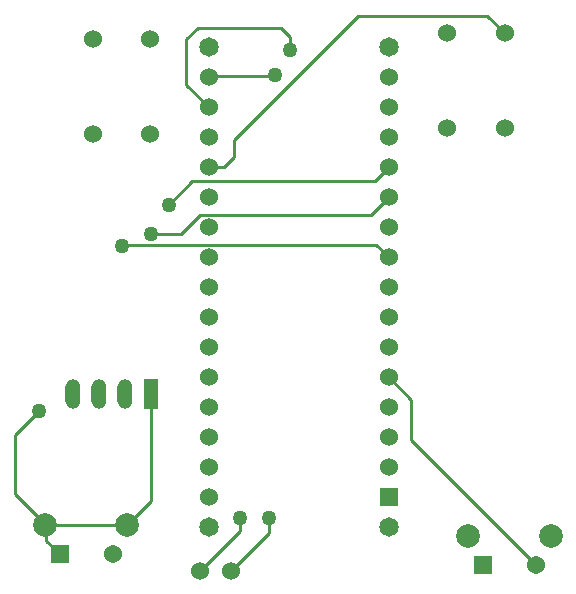
<source format=gbl>
G04*
G04 #@! TF.GenerationSoftware,Altium Limited,Altium Designer,24.4.1 (13)*
G04*
G04 Layer_Physical_Order=2*
G04 Layer_Color=16711680*
%FSLAX44Y44*%
%MOMM*%
G71*
G04*
G04 #@! TF.SameCoordinates,D7BC8E67-6F73-4DDD-AC20-A832C9EBA58C*
G04*
G04*
G04 #@! TF.FilePolarity,Positive*
G04*
G01*
G75*
%ADD10C,0.2540*%
%ADD19C,2.0000*%
%ADD20C,1.5400*%
%ADD21R,1.5400X1.5400*%
%ADD26C,1.5240*%
%ADD27C,1.6510*%
%ADD28R,1.5240X1.5240*%
%ADD29O,1.2700X2.5400*%
%ADD30R,1.2700X2.5400*%
%ADD31C,1.2700*%
D10*
X942700Y760000D02*
X975000Y792300D01*
Y805000D01*
X916030Y760000D02*
X950000Y793970D01*
Y805000D01*
X900000Y1045000D02*
X916190Y1061190D01*
X924900Y1178900D02*
X978900D01*
X980000Y1180000D01*
X923800Y1177800D02*
X924900Y1178900D01*
X985000Y1220000D02*
X992939Y1212061D01*
Y1200750D02*
Y1212061D01*
X915000Y1220000D02*
X985000D01*
X905000Y1210000D02*
X915000Y1220000D01*
X905000Y1171200D02*
Y1210000D01*
Y1171200D02*
X923800Y1152400D01*
X975000Y805000D02*
X976350Y803650D01*
X950000Y805000D02*
X950515Y804485D01*
X850790Y1035790D02*
X1065810D01*
X1076200Y1025400D01*
X850000Y1035000D02*
X850790Y1035790D01*
X1058948Y1061052D02*
X1061052D01*
X1058810Y1061190D02*
X1058948Y1061052D01*
X1061052D02*
X1076200Y1076200D01*
X916190Y1061190D02*
X1058810D01*
X875000Y1045000D02*
X900000D01*
X1064600Y1090000D02*
X1076200Y1101600D01*
X910000Y1090000D02*
X1064600D01*
X890000Y1070000D02*
X910000Y1090000D01*
X923800Y1101600D02*
X936600D01*
X945000Y1110000D01*
Y1125000D01*
X1050000Y1230000D01*
X1159500D01*
X1174500Y1215000D01*
X760000Y875000D02*
X780000Y895000D01*
X760000Y825000D02*
Y875000D01*
Y825000D02*
X784950Y800050D01*
Y798850D02*
Y800050D01*
X875000Y910000D02*
X875001Y910000D01*
X875000Y818800D02*
Y910000D01*
X855050Y798850D02*
X875000Y818800D01*
X786410Y785040D02*
X797500Y773950D01*
X784950Y798850D02*
X786410Y797389D01*
Y785040D02*
Y797389D01*
X784950Y798850D02*
X855050D01*
X1076200Y923800D02*
X1095000Y905000D01*
X1076200Y923800D02*
Y923800D01*
X1095000Y871000D02*
X1201000Y765000D01*
X1095000Y871000D02*
Y905000D01*
D19*
X855050Y798850D02*
D03*
X784950D02*
D03*
X1143450Y789900D02*
D03*
X1213550D02*
D03*
D20*
X842500Y773950D02*
D03*
X1201000Y765000D02*
D03*
D21*
X797500Y773950D02*
D03*
X1156000Y765000D02*
D03*
D26*
X1125500Y1215000D02*
D03*
Y1135000D02*
D03*
X1174500D02*
D03*
X1174500Y1215000D02*
D03*
X923800Y873000D02*
D03*
Y898400D02*
D03*
Y949200D02*
D03*
Y974600D02*
D03*
Y1000000D02*
D03*
Y1025400D02*
D03*
Y1050800D02*
D03*
Y1076200D02*
D03*
Y1127000D02*
D03*
Y1152400D02*
D03*
Y1177800D02*
D03*
X1076200D02*
D03*
Y1152400D02*
D03*
Y1127000D02*
D03*
Y1101600D02*
D03*
Y873000D02*
D03*
Y847600D02*
D03*
X923800Y923800D02*
D03*
X1076200Y974600D02*
D03*
X923800Y1101600D02*
D03*
X1076200Y923800D02*
D03*
Y1076200D02*
D03*
Y1050800D02*
D03*
Y1025400D02*
D03*
Y1000000D02*
D03*
Y949200D02*
D03*
X923800Y822200D02*
D03*
Y847600D02*
D03*
X1076200Y898400D02*
D03*
X942700Y760000D02*
D03*
X916030D02*
D03*
X825500Y1210000D02*
D03*
Y1130000D02*
D03*
X874500D02*
D03*
Y1210000D02*
D03*
D27*
X1076200Y1203200D02*
D03*
X923800D02*
D03*
Y796800D02*
D03*
X1076200D02*
D03*
D28*
Y822200D02*
D03*
D29*
X853000Y910000D02*
D03*
X831000D02*
D03*
X809000D02*
D03*
D30*
X875001D02*
D03*
D31*
X975000Y805000D02*
D03*
X992939Y1200750D02*
D03*
X950000Y805000D02*
D03*
X980000Y1180000D02*
D03*
X850000Y1035000D02*
D03*
X875000Y1045000D02*
D03*
X890000Y1070000D02*
D03*
X780000Y895000D02*
D03*
M02*

</source>
